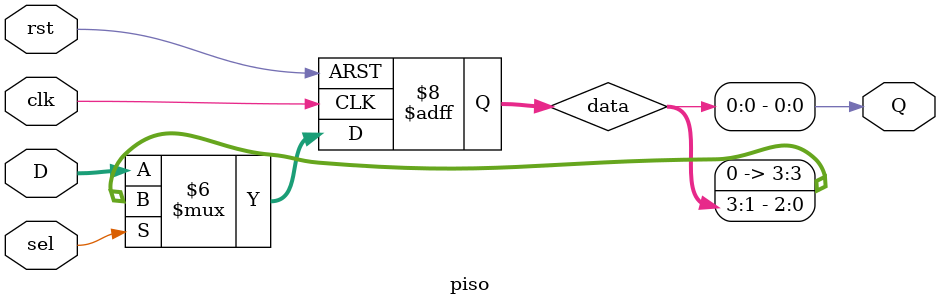
<source format=v>
`timescale 1ns / 1ps


module piso(clk,D,rst,Q,sel);
input clk,rst;
input [3:0]D;
output Q;
input sel;
reg[3:0]data;
always @(posedge clk, posedge rst)
begin 
   if(rst==1)//loading 
    data<=4'b0000;
   else if (sel==0)
   data<=D;
    else
    begin//shifting
//    data[3]<=1'bx;
//    data[2]<=data[3];
//    data[1]<=data[2];
////    data[0]<=data[1];
//    Q=data[0];
    data<=data>>1;
    end
end
assign Q=data[0];
endmodule

</source>
